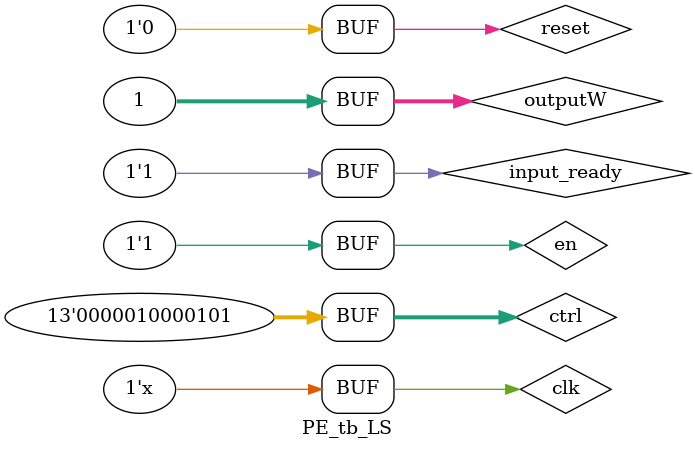
<source format=sv>
`timescale 1ns / 1ps

module PE_tb_LS();

  parameter data_width = 32;

  parameter x_memory = 64;
  parameter y_memory = 64;

  reg clk; // 时钟信号
  reg reset;

  // input
  reg [12:0] ctrl; // 控制信号
  reg en;
  reg [31:0] outputW;
  reg input_ready;

  //output
  wire  output_ready;
  wire [31:0] ToPE;
  //wire [31:0] OutputE, OutputS, OutputW, OutputN;



  reg [data_width-1:0] FromMemoryReg;
  reg [data_width-1:0] ToMemoryReg;
  reg [data_width-1:0] Memory[x_memory][y_memory];
  
  LS_tile1 LS (
    .clk(clk),
    .reset(reset),
    .ctrl(ctrl),
    .FromMemoryReg(FromMemoryReg),
    .en(en),
    .input_ready(input_ready),
    .FromPE(outputW),
    .ToPE(ToPE),
    .ToMemoryReg(ToMemoryReg),
    .output_ready(output_ready1)
  );

  initial begin
    clk = 1'b1; // 初始化时钟信号为 1
    reset = 1;
    en = 0;
    input_ready = 0;

    // 逐个填充内存A
        for (int i = 0; i < 64; i++) begin
            for (int j = 0; j < 64; j++) begin
                Memory[i][j] <= i*64 + j; // 填充内存A为递增序列
            end
        end
    
    #10
    reset = 0; // 复位信号保持低电平
    en = 1; // 使能信号置高
    input_ready = 1; // 输入准备信号置高



    // 初始化输入值和控制信号
    outputW = 32'b0_00000000_00000000000000000000001;

    //output（3bit）_op1(3bit)_op2(3bit)_opcode(4bit)
    ctrl = 13'b000001_000001_0; // 

    FromMemoryReg = Memory[1][1];

    #10
    ctrl = 13'b000001_000010_1; //写入 

    Memory[1][2] = ToMemoryReg ;

   end

    always begin
   #5 clk = ~clk; // 定义一个 10ns 周期的时钟信号
   end


endmodule

</source>
